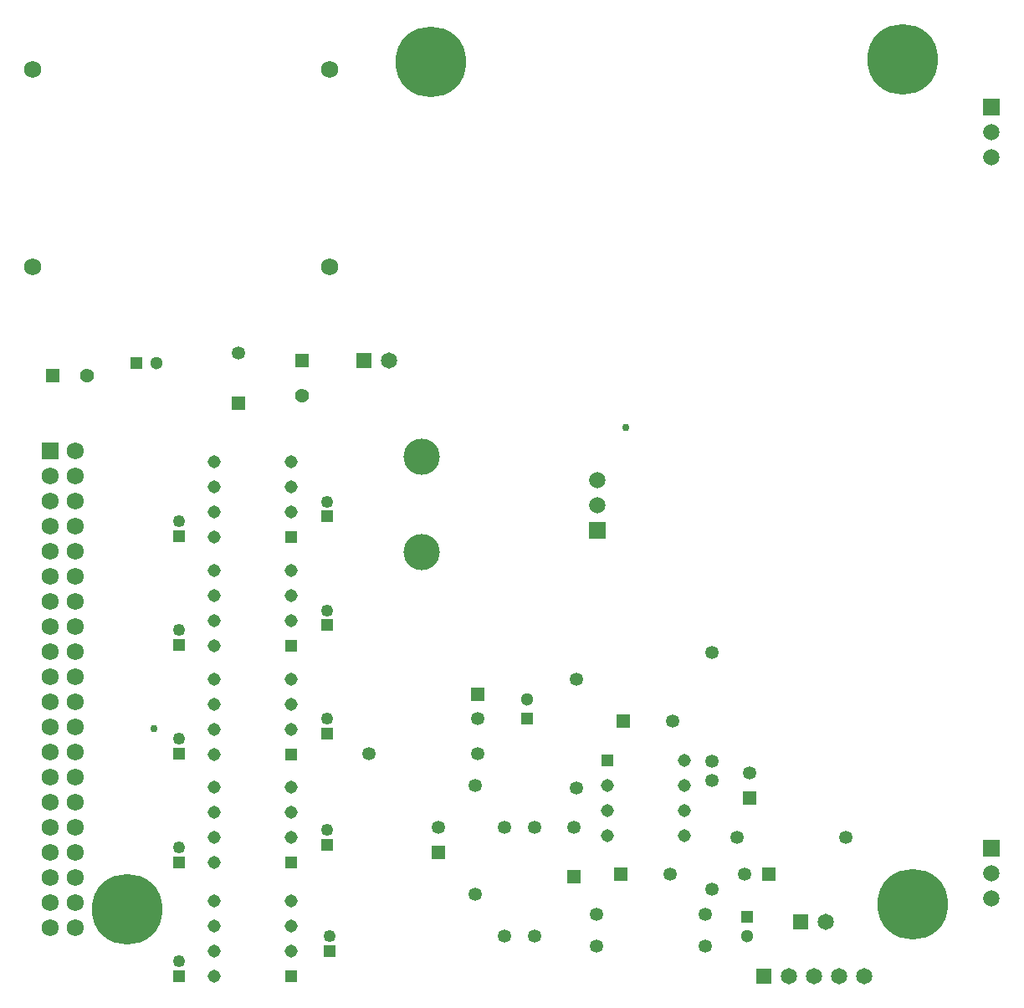
<source format=gbs>
G04*
G04 #@! TF.GenerationSoftware,Altium Limited,Altium Designer,23.1.1 (15)*
G04*
G04 Layer_Color=16711935*
%FSLAX44Y44*%
%MOMM*%
G71*
G04*
G04 #@! TF.SameCoordinates,6738689B-69C8-4945-92D2-403F8773F2B1*
G04*
G04*
G04 #@! TF.FilePolarity,Negative*
G04*
G01*
G75*
%ADD13R,1.3500X1.3500*%
%ADD14C,1.3500*%
%ADD15C,1.2500*%
%ADD16R,1.2500X1.2500*%
%ADD17R,1.4250X1.4250*%
%ADD18C,1.4250*%
%ADD19C,1.3000*%
%ADD20R,1.3000X1.3000*%
%ADD21R,1.4250X1.4250*%
%ADD22C,1.7250*%
%ADD23R,1.7250X1.7250*%
%ADD24R,1.6500X1.6500*%
%ADD25C,1.6500*%
%ADD26R,1.3500X1.3500*%
%ADD27R,1.3000X1.3000*%
%ADD28R,1.3090X1.3090*%
%ADD29C,1.3090*%
%ADD30R,1.6580X1.6580*%
%ADD31C,1.6580*%
%ADD32C,7.1500*%
%ADD33C,1.7500*%
%ADD34C,3.6660*%
%ADD35C,0.7500*%
D13*
X465000Y307500D02*
D03*
X222500Y602500D02*
D03*
X425100Y147500D02*
D03*
X740000Y202500D02*
D03*
X562500Y122500D02*
D03*
D14*
X465000Y282500D02*
D03*
X222500Y652500D02*
D03*
X662500Y280000D02*
D03*
X425100Y172500D02*
D03*
X355000Y247500D02*
D03*
X465000D02*
D03*
X462500Y105000D02*
D03*
Y215000D02*
D03*
X565000Y322500D02*
D03*
Y212500D02*
D03*
X702500Y110000D02*
D03*
Y220000D02*
D03*
X740000Y227500D02*
D03*
X585000Y85000D02*
D03*
X695000D02*
D03*
X727500Y162500D02*
D03*
X837500D02*
D03*
X735000Y125000D02*
D03*
X585000Y52500D02*
D03*
X695000D02*
D03*
X660000Y125000D02*
D03*
X562500Y172500D02*
D03*
X522500Y172500D02*
D03*
Y62500D02*
D03*
X492500Y172500D02*
D03*
Y62500D02*
D03*
X702500Y350000D02*
D03*
Y240000D02*
D03*
D15*
X162500Y37500D02*
D03*
X315000Y62500D02*
D03*
X312500Y282500D02*
D03*
X162500Y152500D02*
D03*
Y262500D02*
D03*
Y372500D02*
D03*
Y482500D02*
D03*
X312500Y502500D02*
D03*
Y170000D02*
D03*
Y392500D02*
D03*
D16*
X162500Y22500D02*
D03*
X315000Y47500D02*
D03*
X312500Y267500D02*
D03*
X162500Y137500D02*
D03*
Y247500D02*
D03*
Y357500D02*
D03*
Y467500D02*
D03*
X312500Y487500D02*
D03*
Y155000D02*
D03*
Y377500D02*
D03*
D17*
X287500Y645000D02*
D03*
D18*
Y610000D02*
D03*
X70000Y630000D02*
D03*
D19*
X140000Y642500D02*
D03*
X737500Y62500D02*
D03*
X515000Y302500D02*
D03*
D20*
X120000Y642500D02*
D03*
D21*
X35000Y630000D02*
D03*
D22*
X32100Y198300D02*
D03*
Y147500D02*
D03*
Y172900D02*
D03*
Y122100D02*
D03*
Y71300D02*
D03*
Y96700D02*
D03*
Y503100D02*
D03*
Y452300D02*
D03*
Y477700D02*
D03*
Y528500D02*
D03*
Y376100D02*
D03*
Y325300D02*
D03*
Y350700D02*
D03*
Y401500D02*
D03*
Y426900D02*
D03*
X57500Y223700D02*
D03*
Y172900D02*
D03*
Y198300D02*
D03*
X32100Y249100D02*
D03*
Y223700D02*
D03*
X57500Y249100D02*
D03*
Y122100D02*
D03*
Y71300D02*
D03*
Y96700D02*
D03*
Y147500D02*
D03*
X32100Y299900D02*
D03*
Y274500D02*
D03*
X57500Y452300D02*
D03*
Y528500D02*
D03*
Y553900D02*
D03*
Y477700D02*
D03*
Y503100D02*
D03*
Y325300D02*
D03*
Y274500D02*
D03*
Y299900D02*
D03*
Y401500D02*
D03*
Y426900D02*
D03*
Y350700D02*
D03*
Y376100D02*
D03*
D23*
X32100Y553900D02*
D03*
D24*
X792100Y77500D02*
D03*
X754200Y22500D02*
D03*
X350000Y645000D02*
D03*
D25*
X817500Y77500D02*
D03*
X779600Y22500D02*
D03*
X805000D02*
D03*
X830400D02*
D03*
X855800D02*
D03*
X375400Y645000D02*
D03*
D26*
X612500Y280000D02*
D03*
X760000Y125000D02*
D03*
X610000D02*
D03*
D27*
X737500Y82500D02*
D03*
X515000Y282500D02*
D03*
D28*
X595950Y240600D02*
D03*
X276550Y137100D02*
D03*
Y21900D02*
D03*
Y466900D02*
D03*
Y356900D02*
D03*
Y246900D02*
D03*
D29*
X595950Y215200D02*
D03*
Y189800D02*
D03*
Y164400D02*
D03*
X674050D02*
D03*
Y189800D02*
D03*
Y215200D02*
D03*
Y240600D02*
D03*
X198450Y137100D02*
D03*
Y187900D02*
D03*
Y213300D02*
D03*
Y162500D02*
D03*
X276550Y213300D02*
D03*
Y187900D02*
D03*
Y162500D02*
D03*
X198450Y21900D02*
D03*
Y72700D02*
D03*
Y98100D02*
D03*
Y47300D02*
D03*
X276550Y98100D02*
D03*
Y72700D02*
D03*
Y47300D02*
D03*
Y492300D02*
D03*
Y517700D02*
D03*
Y543100D02*
D03*
X198450Y492300D02*
D03*
Y543100D02*
D03*
Y517700D02*
D03*
Y466900D02*
D03*
Y356900D02*
D03*
Y407700D02*
D03*
Y433100D02*
D03*
Y382300D02*
D03*
X276550Y433100D02*
D03*
Y407700D02*
D03*
Y382300D02*
D03*
X198450Y246900D02*
D03*
Y297700D02*
D03*
Y323100D02*
D03*
Y272300D02*
D03*
X276550Y323100D02*
D03*
Y297700D02*
D03*
Y272300D02*
D03*
D30*
X984790Y151670D02*
D03*
Y901670D02*
D03*
X585691Y473330D02*
D03*
D31*
X984790Y126270D02*
D03*
Y100870D02*
D03*
Y876270D02*
D03*
Y850870D02*
D03*
X585691Y524130D02*
D03*
Y498730D02*
D03*
D32*
X895000Y950000D02*
D03*
X417500Y947500D02*
D03*
X905000Y95000D02*
D03*
X110000Y90000D02*
D03*
D33*
X15000Y740000D02*
D03*
X315000D02*
D03*
X15000Y940000D02*
D03*
X315000D02*
D03*
D34*
X407891Y548260D02*
D03*
Y451740D02*
D03*
D35*
X615000Y577500D02*
D03*
X137500Y272500D02*
D03*
M02*

</source>
